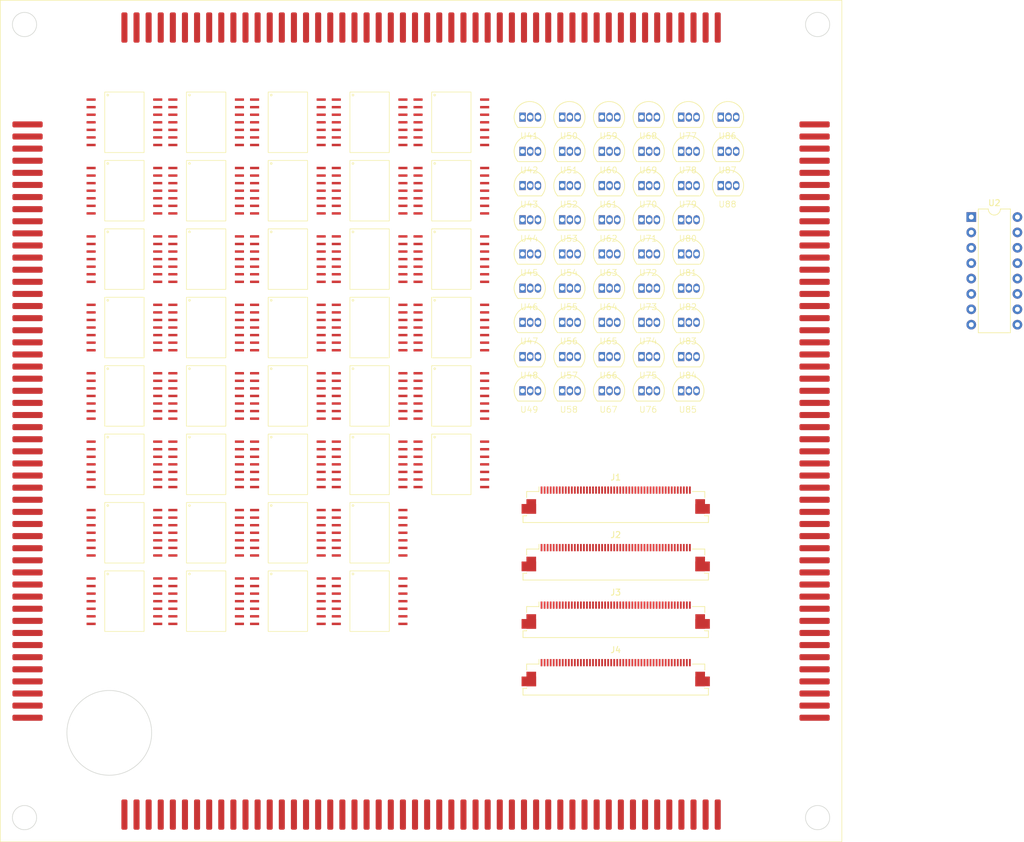
<source format=kicad_pcb>
(kicad_pcb (version 20240108) (generator "pcbnew") (generator_version "8.0")
  (layers (0 "F.Cu" signal) (31 "B.Cu" signal) (34 "B.Paste" user) (35 "F.Paste" user) (36 "B.SilkS" user "B.Silkscreen") (37 "F.SilkS" user "F.Silkscreen") (38 "B.Mask" user) (39 "F.Mask" user) (44 "Edge.Cuts" user))
  (net 0 "")
  (footprint "MyLib:BF422-FTPRNT" (layer "F.Cu") (at 127.16 71.9)
    (property "Reference" "U84")
    (property "Value" "~")
  )
  (footprint "MyLib:BF422-FTPRNT" (layer "F.Cu") (at 107.51 32.35)
    (property "Reference" "U50")
    (property "Value" "~")
  )
  (footprint "MyLib:K1HT661A-FTPRNT" (layer "F.Cu") (at 84.75 62.55)
    (property "Reference" "U38" (hide yes))
    (property "Value" "~")
  )
  (footprint "MyLib:BF422-FTPRNT" (layer "F.Cu") (at 120.61 49.3)
    (property "Reference" "U71")
    (property "Value" "~")
  )
  (footprint "MyLib:BF422-FTPRNT" (layer "F.Cu") (at 114.06 71.9)
    (property "Reference" "U66")
    (property "Value" "~")
  )
  (footprint "MyLib:BF422-FTPRNT" (layer "F.Cu") (at 100.96 43.65)
    (property "Reference" "U43")
    (property "Value" "~")
  )
  (footprint "MyLib:K1HT661A-FTPRNT" (layer "F.Cu") (at 84.75 51.25)
    (property "Reference" "U37" (hide yes))
    (property "Value" "~")
  )
  (footprint "MyLib:BF422-FTPRNT" (layer "F.Cu") (at 120.61 71.9)
    (property "Reference" "U75")
    (property "Value" "~")
  )
  (footprint "MyLib:BF422-FTPRNT" (layer "F.Cu") (at 107.51 49.3)
    (property "Reference" "U53")
    (property "Value" "~")
  )
  (footprint "MyLib:BF422-FTPRNT" (layer "F.Cu") (at 127.16 54.95)
    (property "Reference" "U81")
    (property "Value" "~")
  )
  (footprint "MyLib:GIP-1000" (layer "F.Cu") (at 83 83)
    (property "Reference" "U1" (hide yes))
    (property "Value" "~" (hide yes))
    (fp_circle (center -65.5 -65.5) (end -65.5 -67.5) (stroke (width 0.1)) (fill none) (layer "Edge.Cuts"))
    (fp_circle (center -65.5 65.5) (end -65.5 63.5) (stroke (width 0.1)) (fill none) (layer "Edge.Cuts"))
    (fp_circle (center -51.5 51.5) (end -51.5 58.5) (stroke (width 0.1)) (fill none) (layer "Edge.Cuts"))
    (fp_circle (center 65.5 -65.5) (end 65.5 -67.5) (stroke (width 0.1)) (fill none) (layer "Edge.Cuts"))
    (fp_circle (center 65.5 65.5) (end 65.5 63.5) (stroke (width 0.1)) (fill none) (layer "Edge.Cuts"))
  )
  (footprint "MyLib:BF422-FTPRNT" (layer "F.Cu") (at 107.51 66.25)
    (property "Reference" "U56")
    (property "Value" "~")
  )
  (footprint "MyLib:BF422-FTPRNT" (layer "F.Cu") (at 107.51 77.55)
    (property "Reference" "U58")
    (property "Value" "~")
  )
  (footprint "MyLib:K1HT661A-FTPRNT" (layer "F.Cu") (at 30.75 51.25)
    (property "Reference" "U5" (hide yes))
    (property "Value" "~")
  )
  (footprint "MyLib:BF422-FTPRNT" (layer "F.Cu") (at 114.06 49.3)
    (property "Reference" "U62")
    (property "Value" "~")
  )
  (footprint "Connector_FFC-FPC:Molex_54132-5033_1x50-1MP_P0.5mm_Horizontal" (layer "F.Cu") (at 115.15 96.05)
    (property "Reference" "J1")
    (property "Value" "Conn_01x50_Pin")
  )
  (footprint "MyLib:K1HT661A-FTPRNT" (layer "F.Cu") (at 71.25 96.45)
    (property "Reference" "U33" (hide yes))
    (property "Value" "~")
  )
  (footprint "MyLib:BF422-FTPRNT" (layer "F.Cu") (at 100.96 60.6)
    (property "Reference" "U46")
    (property "Value" "~")
  )
  (footprint "MyLib:BF422-FTPRNT" (layer "F.Cu") (at 133.71 38)
    (property "Reference" "U87")
    (property "Value" "~")
  )
  (footprint "MyLib:BF422-FTPRNT" (layer "F.Cu") (at 120.61 43.65)
    (property "Reference" "U70")
    (property "Value" "~")
  )
  (footprint "MyLib:K1HT661A-FTPRNT" (layer "F.Cu") (at 84.75 39.95)
    (property "Reference" "U36" (hide yes))
    (property "Value" "~")
  )
  (footprint "MyLib:BF422-FTPRNT" (layer "F.Cu") (at 133.71 32.35)
    (property "Reference" "U86")
    (property "Value" "~")
  )
  (footprint "MyLib:BF422-FTPRNT" (layer "F.Cu") (at 127.16 49.3)
    (property "Reference" "U80")
    (property "Value" "~")
  )
  (footprint "MyLib:BF422-FTPRNT" (layer "F.Cu") (at 114.06 43.65)
    (property "Reference" "U61")
    (property "Value" "~")
  )
  (footprint "MyLib:K1HT661A-FTPRNT" (layer "F.Cu") (at 57.75 96.45)
    (property "Reference" "U25" (hide yes))
    (property "Value" "~")
  )
  (footprint "MyLib:K1HT661A-FTPRNT" (layer "F.Cu") (at 44.25 39.95)
    (property "Reference" "U12" (hide yes))
    (property "Value" "~")
  )
  (footprint "MyLib:K1HT661A-FTPRNT" (layer "F.Cu") (at 44.25 85.15)
    (property "Reference" "U16" (hide yes))
    (property "Value" "~")
  )
  (footprint "MyLib:K1HT661A-FTPRNT" (layer "F.Cu") (at 30.75 62.55)
    (property "Reference" "U6" (hide yes))
    (property "Value" "~")
  )
  (footprint "MyLib:BF422-FTPRNT" (layer "F.Cu") (at 120.61 38)
    (property "Reference" "U69")
    (property "Value" "~")
  )
  (footprint "MyLib:BF422-FTPRNT" (layer "F.Cu") (at 100.96 38)
    (property "Reference" "U42")
    (property "Value" "~")
  )
  (footprint "MyLib:BF422-FTPRNT" (layer "F.Cu") (at 127.16 32.35)
    (property "Reference" "U77")
    (property "Value" "~")
  )
  (footprint "MyLib:BF422-FTPRNT" (layer "F.Cu") (at 100.96 54.95)
    (property "Reference" "U45")
    (property "Value" "~")
  )
  (footprint "MyLib:BF422-FTPRNT" (layer "F.Cu") (at 107.51 43.65)
    (property "Reference" "U52")
    (property "Value" "~")
  )
  (footprint "MyLib:K1HT661A-FTPRNT" (layer "F.Cu") (at 84.75 28.65)
    (property "Reference" "U35" (hide yes))
    (property "Value" "~")
  )
  (footprint "Connector_FFC-FPC:Molex_54132-5033_1x50-1MP_P0.5mm_Horizontal" (layer "F.Cu") (at 115.15 105.55)
    (property "Reference" "J2")
    (property "Value" "Conn_01x50_Pin")
  )
  (footprint "MyLib:BF422-FTPRNT" (layer "F.Cu") (at 127.16 77.55)
    (property "Reference" "U85")
    (property "Value" "~")
  )
  (footprint "MyLib:K1HT661A-FTPRNT" (layer "F.Cu") (at 84.75 73.85)
    (property "Reference" "U39" (hide yes))
    (property "Value" "~")
  )
  (footprint "MyLib:K1HT661A-FTPRNT" (layer "F.Cu") (at 57.75 62.55)
    (property "Reference" "U22" (hide yes))
    (property "Value" "~")
  )
  (footprint "Connector_FFC-FPC:Molex_54132-5033_1x50-1MP_P0.5mm_Horizontal" (layer "F.Cu") (at 115.15 115.05)
    (property "Reference" "J3")
    (property "Value" "Conn_01x50_Pin")
  )
  (footprint "MyLib:K1HT661A-FTPRNT" (layer "F.Cu") (at 57.75 85.15)
    (property "Reference" "U24" (hide yes))
    (property "Value" "~")
  )
  (footprint "MyLib:K1HT661A-FTPRNT" (layer "F.Cu") (at 71.25 28.65)
    (property "Reference" "U27" (hide yes))
    (property "Value" "~")
  )
  (footprint "MyLib:K1HT661A-FTPRNT" (layer "F.Cu") (at 44.25 73.85)
    (property "Reference" "U15" (hide yes))
    (property "Value" "~")
  )
  (footprint "MyLib:BF422-FTPRNT" (layer "F.Cu") (at 120.61 60.6)
    (property "Reference" "U73")
    (property "Value" "~")
  )
  (footprint "MyLib:BF422-FTPRNT" (layer "F.Cu") (at 107.51 71.9)
    (property "Reference" "U57")
    (property "Value" "~")
  )
  (footprint "MyLib:BF422-FTPRNT" (layer "F.Cu") (at 127.16 60.6)
    (property "Reference" "U82")
    (property "Value" "~")
  )
  (footprint "MyLib:K1HT661A-FTPRNT" (layer "F.Cu") (at 30.75 73.85)
    (property "Reference" "U7" (hide yes))
    (property "Value" "~")
  )
  (footprint "MyLib:BF422-FTPRNT" (layer "F.Cu") (at 114.06 54.95)
    (property "Reference" "U63")
    (property "Value" "~")
  )
  (footprint "MyLib:BF422-FTPRNT" (layer "F.Cu") (at 114.06 66.25)
    (property "Reference" "U65")
    (property "Value" "~")
  )
  (footprint "MyLib:BF422-FTPRNT" (layer "F.Cu") (at 120.61 54.95)
    (property "Reference" "U72")
    (property "Value" "~")
  )
  (footprint "MyLib:BF422-FTPRNT" (layer "F.Cu") (at 107.51 38)
    (property "Reference" "U51")
    (property "Value" "~")
  )
  (footprint "MyLib:K1HT661A-FTPRNT" (layer "F.Cu") (at 71.25 107.75)
    (property "Reference" "U34" (hide yes))
    (property "Value" "~")
  )
  (footprint "MyLib:K1HT661A-FTPRNT" (layer "F.Cu") (at 44.25 96.45)
    (property "Reference" "U17" (hide yes))
    (property "Value" "~")
  )
  (footprint "MyLib:K1HT661A-FTPRNT" (layer "F.Cu") (at 84.75 85.15)
    (property "Reference" "U40" (hide yes))
    (property "Value" "~")
  )
  (footprint "MyLib:BF422-FTPRNT" (layer "F.Cu") (at 114.06 32.35)
    (property "Reference" "U59")
    (property "Value" "~")
  )
  (footprint "MyLib:BF422-FTPRNT" (layer "F.Cu") (at 114.06 77.55)
    (property "Reference" "U67")
    (property "Value" "~")
  )
  (footprint "MyLib:K1HT661A-FTPRNT" (layer "F.Cu") (at 30.75 107.75)
    (property "Reference" "U10" (hide yes))
    (property "Value" "~")
  )
  (footprint "MyLib:K1HT661A-FTPRNT" (layer "F.Cu") (at 71.25 85.15)
    (property "Reference" "U32" (hide yes))
    (property "Value" "~")
  )
  (footprint "MyLib:K1HT661A-FTPRNT" (layer "F.Cu") (at 71.25 39.95)
    (property "Reference" "U28" (hide yes))
    (property "Value" "~")
  )
  (footprint "MyLib:BF422-FTPRNT" (layer "F.Cu") (at 120.61 32.35)
    (property "Reference" "U68")
    (property "Value" "~")
  )
  (footprint "MyLib:K1HT661A-FTPRNT" (layer "F.Cu") (at 71.25 62.55)
    (property "Reference" "U30" (hide yes))
    (property "Value" "~")
  )
  (footprint "MyLib:BF422-FTPRNT" (layer "F.Cu") (at 120.61 66.25)
    (property "Reference" "U74")
    (property "Value" "~")
  )
  (footprint "MyLib:K1HT661A-FTPRNT" (layer "F.Cu") (at 44.25 51.25)
    (property "Reference" "U13" (hide yes))
    (property "Value" "~")
  )
  (footprint "MyLib:K1HT661A-FTPRNT" (layer "F.Cu") (at 71.25 73.85)
    (property "Reference" "U31" (hide yes))
    (property "Value" "~")
  )
  (footprint "MyLib:K1HT661A-FTPRNT" (layer "F.Cu") (at 30.75 39.95)
    (property "Reference" "U4" (hide yes))
    (property "Value" "~")
  )
  (footprint "MyLib:BF422-FTPRNT" (layer "F.Cu") (at 133.71 43.65)
    (property "Reference" "U88")
    (property "Value" "~")
  )
  (footprint "Package_DIP:DIP-16_W7.62mm" (layer "F.Cu") (at 173.88 49.3)
    (property "Reference" "U2")
    (property "Value" "74HC595")
  )
  (footprint "MyLib:BF422-FTPRNT" (layer "F.Cu") (at 100.96 71.9)
    (property "Reference" "U48")
    (property "Value" "~")
  )
  (footprint "MyLib:BF422-FTPRNT" (layer "F.Cu") (at 127.16 43.65)
    (property "Reference" "U79")
    (property "Value" "~")
  )
  (footprint "MyLib:BF422-FTPRNT" (layer "F.Cu") (at 107.51 60.6)
    (property "Reference" "U55")
    (property "Value" "~")
  )
  (footprint "MyLib:K1HT661A-FTPRNT" (layer "F.Cu") (at 71.25 51.25)
    (property "Reference" "U29" (hide yes))
    (property "Value" "~")
  )
  (footprint "MyLib:K1HT661A-FTPRNT" (layer "F.Cu") (at 30.75 96.45)
    (property "Reference" "U9" (hide yes))
    (property "Value" "~")
  )
  (footprint "MyLib:K1HT661A-FTPRNT" (layer "F.Cu") (at 30.75 28.65)
    (property "Reference" "U3" (hide yes))
    (property "Value" "~")
  )
  (footprint "MyLib:K1HT661A-FTPRNT" (layer "F.Cu") (at 30.75 85.15)
    (property "Reference" "U8" (hide yes))
    (property "Value" "~")
  )
  (footprint "MyLib:BF422-FTPRNT" (layer "F.Cu") (at 107.51 54.95)
    (property "Reference" "U54")
    (property "Value" "~")
  )
  (footprint "MyLib:BF422-FTPRNT" (layer "F.Cu") (at 127.16 66.25)
    (property "Reference" "U83")
    (property "Value" "~")
  )
  (footprint "MyLib:K1HT661A-FTPRNT" (layer "F.Cu") (at 57.75 39.95)
    (property "Reference" "U20" (hide yes))
    (property "Value" "~")
  )
  (footprint "MyLib:BF422-FTPRNT" (layer "F.Cu") (at 100.96 32.35)
    (property "Reference" "U41")
    (property "Value" "~")
  )
  (footprint "Connector_FFC-FPC:Molex_54132-5033_1x50-1MP_P0.5mm_Horizontal" (layer "F.Cu") (at 115.15 124.55)
    (property "Reference" "J4")
    (property "Value" "Conn_01x50_Pin")
  )
  (footprint "MyLib:K1HT661A-FTPRNT" (layer "F.Cu") (at 44.25 107.75)
    (property "Reference" "U18" (hide yes))
    (property "Value" "~")
  )
  (footprint "MyLib:BF422-FTPRNT" (layer "F.Cu") (at 114.06 60.6)
    (property "Reference" "U64")
    (property "Value" "~")
  )
  (footprint "MyLib:BF422-FTPRNT" (layer "F.Cu") (at 114.06 38)
    (property "Reference" "U60")
    (property "Value" "~")
  )
  (footprint "MyLib:BF422-FTPRNT" (layer "F.Cu") (at 100.96 77.55)
    (property "Reference" "U49")
    (property "Value" "~")
  )
  (footprint "MyLib:BF422-FTPRNT" (layer "F.Cu") (at 127.16 38)
    (property "Reference" "U78")
    (property "Value" "~")
  )
  (footprint "MyLib:BF422-FTPRNT" (layer "F.Cu") (at 120.61 77.55)
    (property "Reference" "U76")
    (property "Value" "~")
  )
  (footprint "MyLib:BF422-FTPRNT" (layer "F.Cu") (at 100.96 49.3)
    (property "Reference" "U44")
    (property "Value" "~")
  )
  (footprint "MyLib:K1HT661A-FTPRNT" (layer "F.Cu") (at 57.75 73.85)
    (property "Reference" "U23" (hide yes))
    (property "Value" "~")
  )
  (footprint "MyLib:BF422-FTPRNT" (layer "F.Cu") (at 100.96 66.25)
    (property "Reference" "U47")
    (property "Value" "~")
  )
  (footprint "MyLib:K1HT661A-FTPRNT" (layer "F.Cu") (at 44.25 28.65)
    (property "Reference" "U11" (hide yes))
    (property "Value" "~")
  )
  (footprint "MyLib:K1HT661A-FTPRNT" (layer "F.Cu") (at 57.75 28.65)
    (property "Reference" "U19" (hide yes))
    (property "Value" "~")
  )
  (footprint "MyLib:K1HT661A-FTPRNT" (layer "F.Cu") (at 44.25 62.55)
    (property "Reference" "U14" (hide yes))
    (property "Value" "~")
  )
  (footprint "MyLib:K1HT661A-FTPRNT" (layer "F.Cu") (at 57.75 51.25)
    (property "Reference" "U21" (hide yes))
    (property "Value" "~")
  )
  (footprint "MyLib:K1HT661A-FTPRNT" (layer "F.Cu") (at 57.75 107.75)
    (property "Reference" "U26" (hide yes))
    (property "Value" "~")
  )
)
</source>
